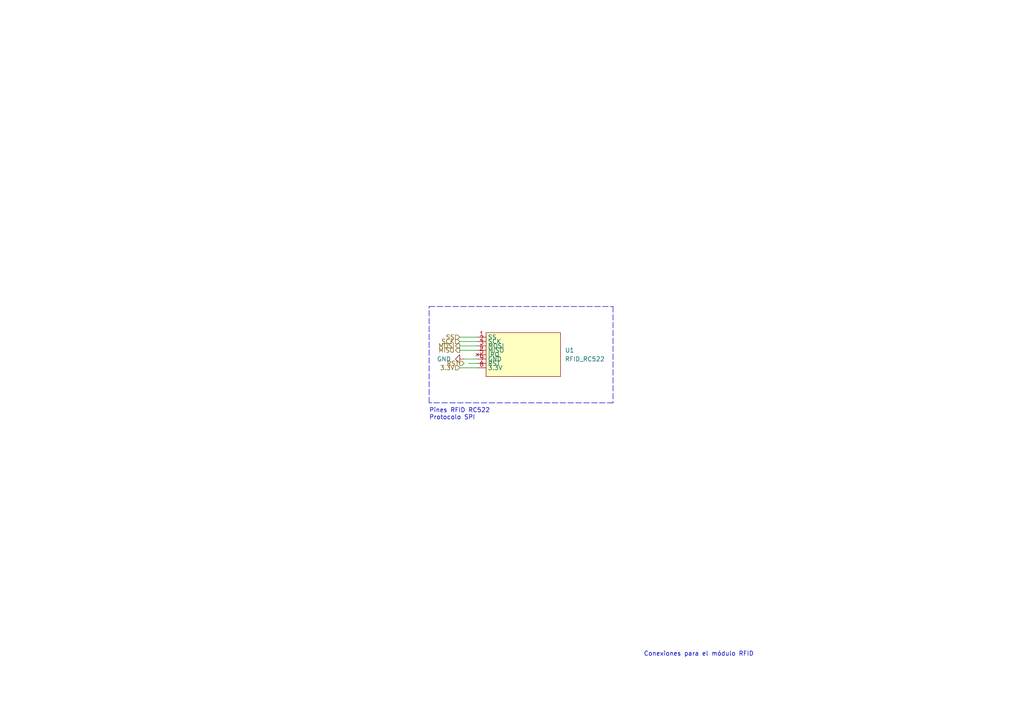
<source format=kicad_sch>
(kicad_sch (version 20211123) (generator eeschema)
  (paper "A4")
  (lib_symbols
    (symbol "libreria_raul:RFID_RC522"
      (property "Reference" "U" (at 0 0 0))
      (property "Value" "RFID_RC522" (at 0 0 0))
      (symbol "RFID_RC522_0_1"
        (rectangle (start -8.89 -2.54) (end 12.7 -15.24) (fill (type background)))
      )
      (symbol "RFID_RC522_1_1"
        (pin input line (at -11.43 -3.81 0) (length 2.54) (name "SS") (number "1"))
        (pin input line (at -11.43 -5.08 0) (length 2.54) (name "SCK") (number "2"))
        (pin output line (at -11.43 -6.35 0) (length 2.54) (name "MOSI") (number "3"))
        (pin output line (at -11.43 -7.62 0) (length 2.54) (name "MISO") (number "4"))
        (pin no_connect line (at -11.43 -8.89 0) (length 2.54) (name "IRQ") (number "5"))
        (pin input line (at -11.43 -10.16 0) (length 2.54) (name "GND") (number "6"))
        (pin input line (at -11.43 -11.43 0) (length 2.54) (name "RST") (number "7"))
        (pin input line (at -11.43 -12.7 0) (length 2.54) (name "3.3V") (number "8"))
      )
    )
    (symbol "power:GND" (power) (pin_names (offset 0))
      (property "Value" "GND" (at 0 -3.81 0))
      (symbol "GND_0_1"
        (polyline (pts (xy 0 0) (xy 0 -1.27) (xy 1.27 -1.27) (xy 0 -2.54) (xy -1.27 -1.27) (xy 0 -1.27)))
      )
      (symbol "GND_1_1"
        (pin power_in line (at 0 0 270) (length 0) hide (name "GND") (number "1"))
      )
    )
  )
  (wire (pts (xy 133.35 99.06) (xy 138.43 99.06)))
  (polyline (pts (xy 124.46 116.84) (xy 124.46 88.9)))
  (wire (pts (xy 138.43 105.41) (xy 135.89 105.41)))
  (polyline (pts (xy 177.8 116.84) (xy 124.46 116.84)))
  (wire (pts (xy 133.35 106.68) (xy 138.43 106.68)))
  (polyline (pts (xy 177.8 88.9) (xy 177.8 116.84)))
  (wire (pts (xy 133.35 101.6) (xy 138.43 101.6)))
  (wire (pts (xy 138.43 104.14) (xy 134.62 104.14)))
  (polyline (pts (xy 124.46 88.9) (xy 177.8 88.9)))
  (wire (pts (xy 133.35 100.33) (xy 138.43 100.33)))
  (wire (pts (xy 133.35 97.79) (xy 138.43 97.79)))
  (text "Conexiones para el módulo RFID" (at 186.69 190.5 0) (effects (font (size 1.27 1.27)) (justify left bottom)))
  (text "Pines RFID RC522\nProtocolo SPI" (at 124.46 121.92 0) (effects (font (size 1.27 1.27)) (justify left bottom)))
  (hierarchical_label "MOSI" (shape output) (at 133.35 100.33 180))
  (hierarchical_label "MISO" (shape output) (at 133.35 101.6 180))
  (hierarchical_label "SS" (shape input) (at 133.35 97.79 180))
  (hierarchical_label "SCK" (shape input) (at 133.35 99.06 180))
  (hierarchical_label "3.3V" (shape input) (at 133.35 106.68 180))
  (hierarchical_label "RST" (shape input) (at 134.62 105.41 180))
  (symbol (lib_id "libreria_raul:RFID_RC522") (at 149.86 93.98 0) (unit 1)
    (property "Reference" "U1" (at 163.83 101.5999 0) (effects (justify left)))
    (property "Value" "RFID_RC522" (at 163.83 104.1399 0) (effects (justify left)))
    (property "Footprint" "Connector_JST:JST_EH_B8B-EH-A_1x08_P2.50mm_Vertical" (effects hide))
  )
  (symbol (lib_id "power:GND") (at 134.62 104.14 270) (unit 1)
    (property "Reference" "#PWR?" (effects hide))
    (property "Value" "GND" (at 130.81 104.1399 90) (effects (justify right)))
  )
)
</source>
